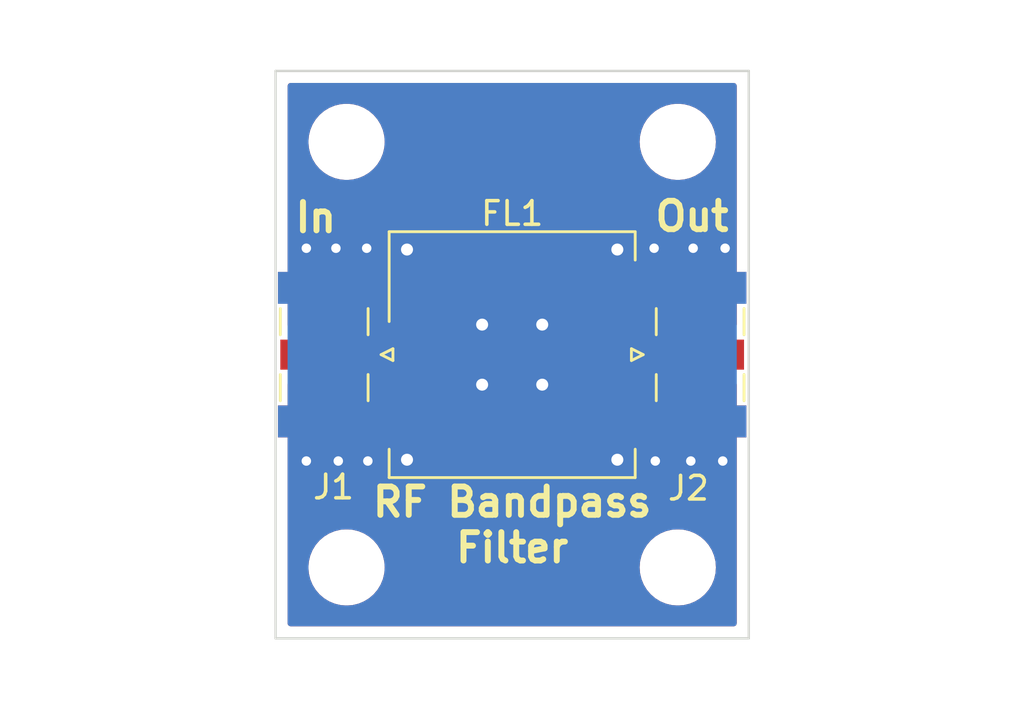
<source format=kicad_pcb>
(kicad_pcb (version 20211014) (generator pcbnew)
  (layers (0 "F.Cu" signal) (31 "B.Cu" signal) (34 "B.Paste" user) (35 "F.Paste" user) (36 "B.SilkS" user "B.Silkscreen") (37 "F.SilkS" user "F.Silkscreen") (38 "B.Mask" user) (39 "F.Mask" user) (44 "Edge.Cuts" user))
  (net 0 "")
  (net 1 "Net-(FL1-Pad2)")
  (net 2 "Net-(FL1-Pad6)")
  (net 3 "GND")
  (footprint "MountingHole:MountingHole_2.2mm_M2_DIN965" (layer "F.Cu") (at 143 91)
    (fp_text reference "H4" hide)
    (fp_text value "MountingHole")
    (pad "" np_thru_hole circle locked (at 0 0) (size 2.2 2.2) (drill 2.2) (layers *.Cu *.Mask))
  )
  (footprint "MountingHole:MountingHole_2.2mm_M2_DIN965" (layer "F.Cu") (at 157 109)
    (fp_text reference "H2" hide)
    (fp_text value "MountingHole")
    (pad "" np_thru_hole circle locked (at 0 0) (size 2.2 2.2) (drill 2.2) (layers *.Cu *.Mask))
  )
  (footprint "MountingHole:MountingHole_2.2mm_M2_DIN965" (layer "F.Cu") (at 143 109)
    (fp_text reference "H1" hide)
    (fp_text value "MountingHole")
    (pad "" np_thru_hole circle locked (at 0 0) (size 2.2 2.2) (drill 2.2) (layers *.Cu *.Mask))
  )
  (footprint "Connector_Coaxial:SMA_Samtec_SMA-J-P-X-ST-EM1_EdgeMount" (layer "F.Cu") (at 142.2 100 -90)
    (fp_text reference "J1" (at 5.6 -0.25) (layer "F.SilkS"))
    (fp_text value "Conn_Coaxial")
    (fp_line (start -1.95 -1.71) (end -0.84 -1.71) (layer "F.SilkS") (width 0.12))
    (fp_line (start 0.25 -2.76) (end -0.25 -2.76) (layer "F.SilkS") (width 0.12))
    (fp_line (start -0.25 -2.76) (end 0 -2.26) (layer "F.SilkS") (width 0.12))
    (fp_line (start 0.84 2) (end 1.95 2) (layer "F.SilkS") (width 0.12))
    (fp_line (start 0.84 -1.71) (end 1.95 -1.71) (layer "F.SilkS") (width 0.12))
    (fp_line (start 0 -2.26) (end 0.25 -2.76) (layer "F.SilkS") (width 0.12))
    (fp_line (start -1.95 2) (end -0.84 2) (layer "F.SilkS") (width 0.12))
    (pad "1" smd rect locked (at 0 0.2 270) (size 1.27 3.6) (layers "F.Cu" "F.Paste" "F.Mask") (net 1 "Net-(FL1-Pad2)"))
    (pad "2" smd rect locked (at 2.825 0 270) (size 1.35 4.2) (layers "F.Cu" "F.Paste" "F.Mask") (net 3 "GND"))
    (pad "2" smd rect locked (at -2.825 0 270) (size 1.35 4.2) (layers "B.Cu" "B.Paste" "B.Mask") (net 3 "GND"))
    (pad "2" smd rect locked (at -2.825 0 270) (size 1.35 4.2) (layers "F.Cu" "F.Paste" "F.Mask") (net 3 "GND"))
    (pad "2" smd rect locked (at 2.825 0 270) (size 1.35 4.2) (layers "B.Cu" "B.Paste" "B.Mask") (net 3 "GND"))
  )
  (footprint "RF_Mini-Circuits:Mini-Circuits_GP731_LandPatternPL-176" (layer "F.Cu") (at 150 100)
    (fp_text reference "FL1" (at 0 -5.969) (layer "F.SilkS"))
    (fp_text value "RBP-140+")
    (fp_line (start 5.2 5.2) (end 5.2 4) (layer "F.SilkS") (width 0.12))
    (fp_line (start 5.2 5.2) (end -5.2 5.2) (layer "F.SilkS") (width 0.12))
    (fp_line (start -5.2 4) (end -5.2 5.2) (layer "F.SilkS") (width 0.12))
    (fp_line (start 5.2 -4) (end 5.2 -5.2) (layer "F.SilkS") (width 0.12))
    (fp_line (start -5.2 -5.2) (end -5.2 -1.4) (layer "F.SilkS") (width 0.12))
    (fp_line (start -5.2 -5.2) (end 5.2 -5.2) (layer "F.SilkS") (width 0.12))
    (pad "1" smd rect locked (at 0 0) (size 4.826 9.906) (layers "F.Cu") (net 3 "GND"))
    (pad "1" thru_hole circle locked (at 4.445 -4.445) (size 1.016 1.016) (drill 0.508) (layers *.Cu) (net 3 "GND"))
    (pad "1" thru_hole circle locked (at -1.27 1.27) (size 1.016 1.016) (drill 0.508) (layers *.Cu) (net 3 "GND"))
    (pad "1" smd rect locked (at -3.683 -3.175) (size 2.54 3.556) (layers "F.Cu") (net 3 "GND"))
    (pad "1" thru_hole circle locked (at -4.445 -4.445) (size 1.016 1.016) (drill 0.508) (layers *.Cu) (net 3 "GND"))
    (pad "1" thru_hole circle locked (at 1.27 -1.27) (size 1.016 1.016) (drill 0.508) (layers *.Cu) (net 3 "GND"))
    (pad "1" smd rect locked (at -3.683 3.175) (size 2.54 3.556) (layers "F.Cu") (net 3 "GND"))
    (pad "1" smd rect locked (at -4.064 -1.905 180) (size 1.778 1.016) (layers "F.Cu" "F.Paste" "F.Mask") (net 3 "GND"))
    (pad "1" thru_hole circle locked (at 1.27 1.27) (size 1.016 1.016) (drill 0.508) (layers *.Cu) (net 3 "GND"))
    (pad "1" smd rect locked (at 3.683 -3.175) (size 2.54 3.556) (layers "F.Cu") (net 3 "GND"))
    (pad "1" thru_hole circle locked (at -4.445 4.445) (size 1.016 1.016) (drill 0.508) (layers *.Cu) (net 3 "GND"))
    (pad "1" thru_hole circle locked (at 4.445 4.445) (size 1.016 1.016) (drill 0.508) (layers *.Cu) (net 3 "GND"))
    (pad "1" thru_hole circle locked (at -1.27 -1.27) (size 1.016 1.016) (drill 0.508) (layers *.Cu) (net 3 "GND"))
    (pad "1" smd rect locked (at 3.683 3.175) (size 2.54 3.556) (layers "F.Cu") (net 3 "GND"))
    (pad "2" smd rect locked (at -4.064 0 180) (size 1.778 1.016) (layers "F.Cu" "F.Paste" "F.Mask") (net 1 "Net-(FL1-Pad2)") (clearance 0.762))
    (pad "3" smd rect locked (at -4.064 1.905 180) (size 1.778 1.016) (layers "F.Cu" "F.Paste" "F.Mask") (net 3 "GND"))
    (pad "4" smd rect locked (at 0 4.064 270) (size 1.778 1.016) (layers "F.Cu" "F.Paste" "F.Mask") (net 3 "GND"))
    (pad "5" smd rect locked (at 4.064 1.905) (size 1.778 1.016) (layers "F.Cu" "F.Paste" "F.Mask") (net 3 "GND"))
    (pad "6" smd rect locked (at 4.064 0) (size 1.778 1.016) (layers "F.Cu" "F.Paste" "F.Mask") (net 2 "Net-(FL1-Pad6)") (clearance 0.762))
    (pad "7" smd rect locked (at 4.064 -1.905) (size 1.778 1.016) (layers "F.Cu" "F.Paste" "F.Mask") (net 3 "GND"))
    (pad "8" smd rect locked (at 0 -4.064 270) (size 1.778 1.016) (layers "F.Cu" "F.Paste" "F.Mask") (net 3 "GND"))
  )
  (footprint "Connector_Coaxial:SMA_Samtec_SMA-J-P-X-ST-EM1_EdgeMount" (layer "F.Cu") (at 157.8 100 90)
    (fp_text reference "J2" (at -5.65 -0.35) (layer "F.SilkS"))
    (fp_text value "Conn_Coaxial")
    (fp_line (start -0.25 -2.76) (end 0 -2.26) (layer "F.SilkS") (width 0.12))
    (fp_line (start -1.95 -1.71) (end -0.84 -1.71) (layer "F.SilkS") (width 0.12))
    (fp_line (start 0 -2.26) (end 0.25 -2.76) (layer "F.SilkS") (width 0.12))
    (fp_line (start 0.25 -2.76) (end -0.25 -2.76) (layer "F.SilkS") (width 0.12))
    (fp_line (start -1.95 2) (end -0.84 2) (layer "F.SilkS") (width 0.12))
    (fp_line (start 0.84 2) (end 1.95 2) (layer "F.SilkS") (width 0.12))
    (fp_line (start 0.84 -1.71) (end 1.95 -1.71) (layer "F.SilkS") (width 0.12))
    (pad "1" smd rect locked (at 0 0.2 90) (size 1.27 3.6) (layers "F.Cu" "F.Paste" "F.Mask") (net 2 "Net-(FL1-Pad6)"))
    (pad "2" smd rect locked (at -2.825 0 90) (size 1.35 4.2) (layers "F.Cu" "F.Paste" "F.Mask") (net 3 "GND"))
    (pad "2" smd rect locked (at -2.825 0 90) (size 1.35 4.2) (layers "B.Cu" "B.Paste" "B.Mask") (net 3 "GND"))
    (pad "2" smd rect locked (at 2.825 0 90) (size 1.35 4.2) (layers "B.Cu" "B.Paste" "B.Mask") (net 3 "GND"))
    (pad "2" smd rect locked (at 2.825 0 90) (size 1.35 4.2) (layers "F.Cu" "F.Paste" "F.Mask") (net 3 "GND"))
  )
  (footprint "MountingHole:MountingHole_2.2mm_M2_DIN965" (layer "F.Cu") (at 157 91)
    (fp_text reference "H3" hide)
    (fp_text value "MountingHole")
    (pad "" np_thru_hole circle locked (at 0 0) (size 2.2 2.2) (drill 2.2) (layers *.Cu *.Mask))
  )
  (gr_line (start 140 112) (end 160 112) (layer "Edge.Cuts") (width 0.1))
  (gr_line (start 140 88) (end 140 112) (layer "Edge.Cuts") (width 0.1))
  (gr_line (start 160 88) (end 140 88) (layer "Edge.Cuts") (width 0.1))
  (gr_line (start 160 112) (end 160 88) (layer "Edge.Cuts") (width 0.1))
  (gr_text "In" (at 141.7 94.2) (layer "F.SilkS") (effects (font (size 1.2 1.2) (thickness 0.25))))
  (gr_text "Out" (at 157.6 94.15) (layer "F.SilkS") (effects (font (size 1.2 1.2) (thickness 0.25))))
  (gr_text "RF Bandpass\nFilter" (at 150 107.2) (layer "F.SilkS") (effects (font (size 1.2 1.2) (thickness 0.25))))
  (segment (start 142 100) (end 145.936 100) (width 1) (layer "F.Cu") (net 1))
  (segment (start 154.064 100) (end 158 100) (width 1) (layer "F.Cu") (net 2))
  (via (at 142.65 104.5) (size 0.8) (drill 0.4) (layers "F.Cu" "B.Cu") (net 3))
  (via (at 156.05 104.5) (size 0.8) (drill 0.4) (layers "F.Cu" "B.Cu") (net 3))
  (via (at 141.3 104.5) (size 0.8) (drill 0.4) (layers "F.Cu" "B.Cu") (net 3))
  (via (at 141.3 95.5) (size 0.8) (drill 0.4) (layers "F.Cu" "B.Cu") (net 3))
  (via (at 142.55 95.5) (size 0.8) (drill 0.4) (layers "F.Cu" "B.Cu") (net 3))
  (via (at 156 95.5) (size 0.8) (drill 0.4) (layers "F.Cu" "B.Cu") (net 3))
  (via (at 143.85 95.5) (size 0.8) (drill 0.4) (layers "F.Cu" "B.Cu") (net 3))
  (via (at 157.55 104.5) (size 0.8) (drill 0.4) (layers "F.Cu" "B.Cu") (net 3))
  (via (at 159 95.5) (size 0.8) (drill 0.4) (layers "F.Cu" "B.Cu") (net 3))
  (via (at 157.65 95.5) (size 0.8) (drill 0.4) (layers "F.Cu" "B.Cu") (net 3))
  (via (at 143.9 104.5) (size 0.8) (drill 0.4) (layers "F.Cu" "B.Cu") (net 3))
  (via (at 158.9 104.5) (size 0.8) (drill 0.4) (layers "F.Cu" "B.Cu") (net 3))
  (zone (net 3) (net_name "GND") (layer "F.Cu") (connect_pads yes (clearance 0.508)) (min_thickness 0.254) (fill yes (thermal_gap 0.508) (thermal_bridge_width 0.508))
    (polygon (pts (xy 160 115) (xy 140 115) (xy 140 85) (xy 160 85)))
  )
  (zone (net 3) (net_name "GND") (layer "B.Cu") (connect_pads yes (clearance 0.508)) (min_thickness 0.254) (fill yes (thermal_gap 0.508) (thermal_bridge_width 0.508))
    (polygon (pts (xy 160 112) (xy 140 112) (xy 140 88) (xy 160 88)))
  )
)
</source>
